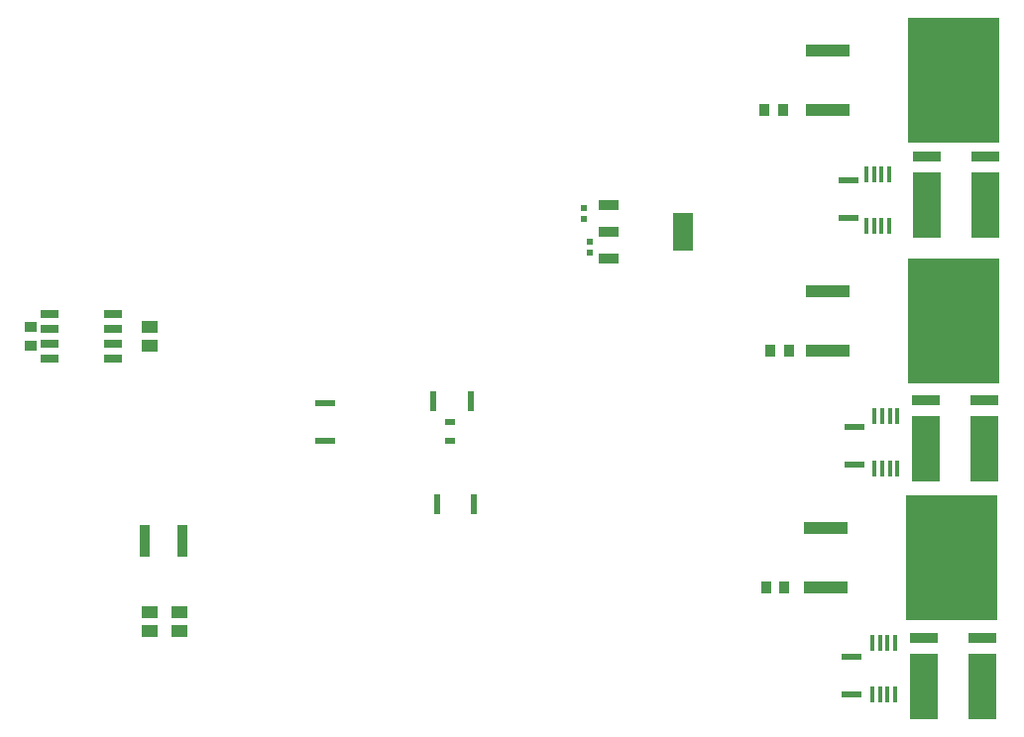
<source format=gbr>
G04 #@! TF.GenerationSoftware,KiCad,Pcbnew,5.1.4-e60b266~84~ubuntu19.04.1*
G04 #@! TF.CreationDate,2019-10-22T16:34:34-04:00*
G04 #@! TF.ProjectId,DSC_motor_controller,4453435f-6d6f-4746-9f72-5f636f6e7472,1*
G04 #@! TF.SameCoordinates,Original*
G04 #@! TF.FileFunction,Paste,Bot*
G04 #@! TF.FilePolarity,Positive*
%FSLAX46Y46*%
G04 Gerber Fmt 4.6, Leading zero omitted, Abs format (unit mm)*
G04 Created by KiCad (PCBNEW 5.1.4-e60b266~84~ubuntu19.04.1) date 2019-10-22 16:34:34*
%MOMM*%
%LPD*%
G04 APERTURE LIST*
%ADD10R,1.820000X0.620000*%
%ADD11R,1.470000X1.100000*%
%ADD12R,7.900000X10.750000*%
%ADD13R,3.800000X1.050000*%
%ADD14R,2.440000X0.890000*%
%ADD15R,2.440000X5.600000*%
%ADD16R,0.810000X2.820000*%
%ADD17R,0.620000X0.600000*%
%ADD18R,0.940000X0.540000*%
%ADD19R,0.620000X1.820000*%
%ADD20R,1.750000X3.200000*%
%ADD21R,1.750000X0.950000*%
%ADD22R,1.000000X0.900000*%
%ADD23R,0.900000X1.000000*%
%ADD24R,0.450000X1.450000*%
%ADD25R,1.525000X0.650000*%
G04 APERTURE END LIST*
D10*
X160429000Y-126044000D03*
X160429000Y-129244000D03*
D11*
X103025000Y-123854000D03*
X103025000Y-122234000D03*
X100485000Y-122234000D03*
X100485000Y-123854000D03*
X100485000Y-97850000D03*
X100485000Y-99470000D03*
D12*
X169192000Y-97342000D03*
D13*
X158442000Y-94802000D03*
X158442000Y-99882000D03*
D14*
X166652000Y-124449000D03*
D15*
X166652000Y-128584000D03*
D14*
X171612000Y-124449000D03*
D15*
X171612000Y-128584000D03*
D12*
X169058000Y-117535000D03*
D13*
X158308000Y-114995000D03*
X158308000Y-120075000D03*
D12*
X169192000Y-76768000D03*
D13*
X158442000Y-74228000D03*
X158442000Y-79308000D03*
D14*
X166839000Y-104130000D03*
D15*
X166839000Y-108265000D03*
D14*
X171799000Y-104130000D03*
D15*
X171799000Y-108265000D03*
D14*
X166899000Y-83301000D03*
D15*
X166899000Y-87436000D03*
D14*
X171859000Y-83301000D03*
D15*
X171859000Y-87436000D03*
D16*
X100079000Y-116138000D03*
X103279000Y-116138000D03*
D17*
X138077000Y-91452000D03*
X138077000Y-90532000D03*
X137569000Y-88610000D03*
X137569000Y-87690000D03*
D18*
X126139000Y-107578000D03*
X126139000Y-105978000D03*
D19*
X125047000Y-112963000D03*
X128247000Y-112963000D03*
X124717000Y-104200000D03*
X127917000Y-104200000D03*
D20*
X146053000Y-89722000D03*
D21*
X139753000Y-87422000D03*
X139753000Y-89722000D03*
X139753000Y-92022000D03*
D22*
X90325000Y-97850000D03*
X90325000Y-99450000D03*
D23*
X154752000Y-120075000D03*
X153152000Y-120075000D03*
X155095000Y-99882000D03*
X153495000Y-99882000D03*
X154625000Y-79308000D03*
X153025000Y-79308000D03*
D24*
X164198000Y-124835000D03*
X163548000Y-124835000D03*
X162898000Y-124835000D03*
X162248000Y-124835000D03*
X162248000Y-129285000D03*
X162898000Y-129285000D03*
X163548000Y-129285000D03*
X164198000Y-129285000D03*
X164388500Y-105470000D03*
X163738500Y-105470000D03*
X163088500Y-105470000D03*
X162438500Y-105470000D03*
X162438500Y-109920000D03*
X163088500Y-109920000D03*
X163738500Y-109920000D03*
X164388500Y-109920000D03*
X163690000Y-84766500D03*
X163040000Y-84766500D03*
X162390000Y-84766500D03*
X161740000Y-84766500D03*
X161740000Y-89216500D03*
X162390000Y-89216500D03*
X163040000Y-89216500D03*
X163690000Y-89216500D03*
D25*
X91994500Y-96707000D03*
X91994500Y-97977000D03*
X91994500Y-99247000D03*
X91994500Y-100517000D03*
X97418500Y-100517000D03*
X97418500Y-99247000D03*
X97418500Y-97977000D03*
X97418500Y-96707000D03*
D10*
X115471000Y-104378000D03*
X115471000Y-107578000D03*
X160683000Y-106410000D03*
X160683000Y-109610000D03*
X160175000Y-88528000D03*
X160175000Y-85328000D03*
M02*

</source>
